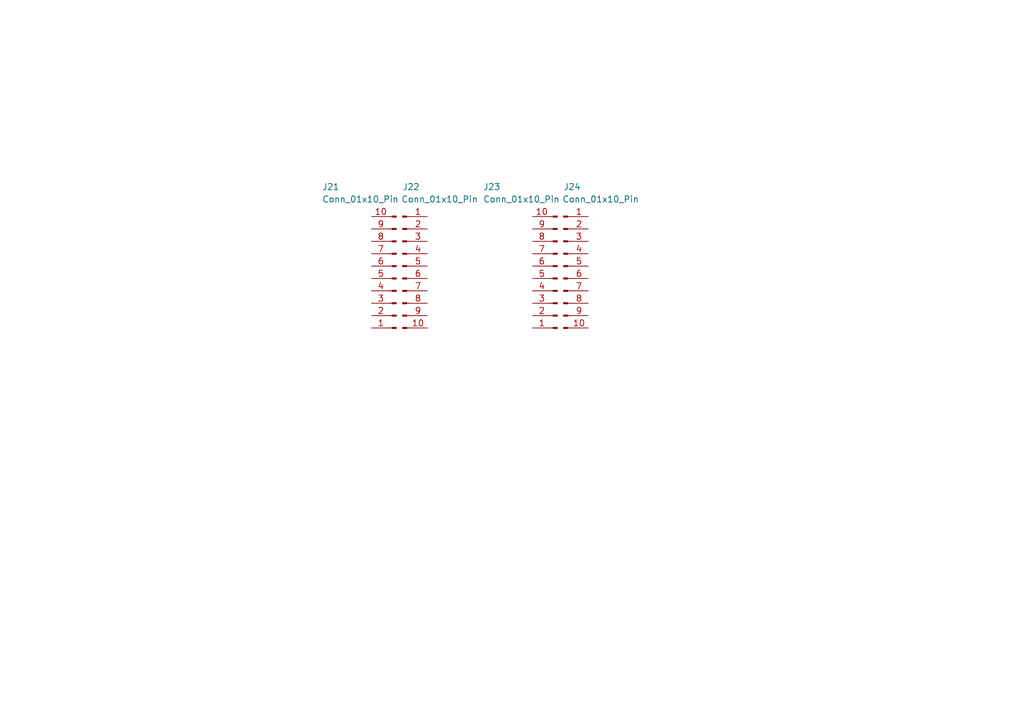
<source format=kicad_sch>
(kicad_sch (version 20231120) (generator "eeschema") (generator_version "8.0")
  (paper "A5")
  (title_block (title "BoosterPack") (date "2024-04-24") (company "UPV") (comment 1 "Hazan Justine"))
  (lib_symbols
    (symbol "Connector:Conn_01x10_Pin" (pin_names (offset 1.016) hide)
      (property "Reference" "J" (at 0 12.7 0))
      (property "Value" "Conn_01x10_Pin" (at 0 -15.24 0))
      (symbol "Conn_01x10_Pin_1_1"
        (polyline (pts (xy 1.27 -12.7) (xy 0.8636 -12.7)) (stroke (width 0.1524)))
        (polyline (pts (xy 1.27 -10.16) (xy 0.8636 -10.16)) (stroke (width 0.1524)))
        (polyline (pts (xy 1.27 -7.62) (xy 0.8636 -7.62)) (stroke (width 0.1524)))
        (polyline (pts (xy 1.27 -5.08) (xy 0.8636 -5.08)) (stroke (width 0.1524)))
        (polyline (pts (xy 1.27 -2.54) (xy 0.8636 -2.54)) (stroke (width 0.1524)))
        (polyline (pts (xy 1.27 0) (xy 0.8636 0)) (stroke (width 0.1524)))
        (polyline (pts (xy 1.27 2.54) (xy 0.8636 2.54)) (stroke (width 0.1524)))
        (polyline (pts (xy 1.27 5.08) (xy 0.8636 5.08)) (stroke (width 0.1524)))
        (polyline (pts (xy 1.27 7.62) (xy 0.8636 7.62)) (stroke (width 0.1524)))
        (polyline (pts (xy 1.27 10.16) (xy 0.8636 10.16)) (stroke (width 0.1524)))
        (rectangle (start 0.8636 -12.573) (end 0 -12.827) (stroke (width 0.1524)) (fill (type outline)))
        (rectangle (start 0.8636 -10.033) (end 0 -10.287) (stroke (width 0.1524)) (fill (type outline)))
        (rectangle (start 0.8636 -7.493) (end 0 -7.747) (stroke (width 0.1524)) (fill (type outline)))
        (rectangle (start 0.8636 -4.953) (end 0 -5.207) (stroke (width 0.1524)) (fill (type outline)))
        (rectangle (start 0.8636 -2.413) (end 0 -2.667) (stroke (width 0.1524)) (fill (type outline)))
        (rectangle (start 0.8636 0.127) (end 0 -0.127) (stroke (width 0.1524)) (fill (type outline)))
        (rectangle (start 0.8636 2.667) (end 0 2.413) (stroke (width 0.1524)) (fill (type outline)))
        (rectangle (start 0.8636 5.207) (end 0 4.953) (stroke (width 0.1524)) (fill (type outline)))
        (rectangle (start 0.8636 7.747) (end 0 7.493) (stroke (width 0.1524)) (fill (type outline)))
        (rectangle (start 0.8636 10.287) (end 0 10.033) (stroke (width 0.1524)) (fill (type outline)))
        (pin passive line (at 5.08 10.16 180) (length 3.81) (name "Pin_1") (number "1"))
        (pin passive line (at 5.08 -12.7 180) (length 3.81) (name "Pin_10") (number "10"))
        (pin passive line (at 5.08 7.62 180) (length 3.81) (name "Pin_2") (number "2"))
        (pin passive line (at 5.08 5.08 180) (length 3.81) (name "Pin_3") (number "3"))
        (pin passive line (at 5.08 2.54 180) (length 3.81) (name "Pin_4") (number "4"))
        (pin passive line (at 5.08 0 180) (length 3.81) (name "Pin_5") (number "5"))
        (pin passive line (at 5.08 -2.54 180) (length 3.81) (name "Pin_6") (number "6"))
        (pin passive line (at 5.08 -5.08 180) (length 3.81) (name "Pin_7") (number "7"))
        (pin passive line (at 5.08 -7.62 180) (length 3.81) (name "Pin_8") (number "8"))
        (pin passive line (at 5.08 -10.16 180) (length 3.81) (name "Pin_9") (number "9"))
      )
    )
  )
  (symbol (lib_id "Connector:Conn_01x10_Pin") (at 82.55 54.61 0) (unit 1)
    (property "Reference" "J22" (at 84.328 38.354 0))
    (property "Value" "Conn_01x10_Pin" (at 90.17 40.894 0))
    (property "Description" "Generic connector, single row, 01x10, script generated" (effects (hide yes)))
  )
  (symbol (lib_id "Connector:Conn_01x10_Pin") (at 114.3 57.15 180) (unit 1)
    (property "Reference" "J23" (at 99.06 38.354 0) (effects (justify right)))
    (property "Value" "Conn_01x10_Pin" (at 99.06 40.894 0) (effects (justify right)))
    (property "Description" "Generic connector, single row, 01x10, script generated" (effects (hide yes)))
  )
  (symbol (lib_id "Connector:Conn_01x10_Pin") (at 81.28 57.15 180) (unit 1)
    (property "Reference" "J21" (at 66.04 38.354 0) (effects (justify right)))
    (property "Value" "Conn_01x10_Pin" (at 66.04 40.894 0) (effects (justify right)))
    (property "Description" "Generic connector, single row, 01x10, script generated" (effects (hide yes)))
  )
  (symbol (lib_id "Connector:Conn_01x10_Pin") (at 115.57 54.61 0) (unit 1)
    (property "Reference" "J24" (at 117.348 38.354 0))
    (property "Value" "Conn_01x10_Pin" (at 123.19 40.894 0))
    (property "Description" "Generic connector, single row, 01x10, script generated" (effects (hide yes)))
  )
)
</source>
